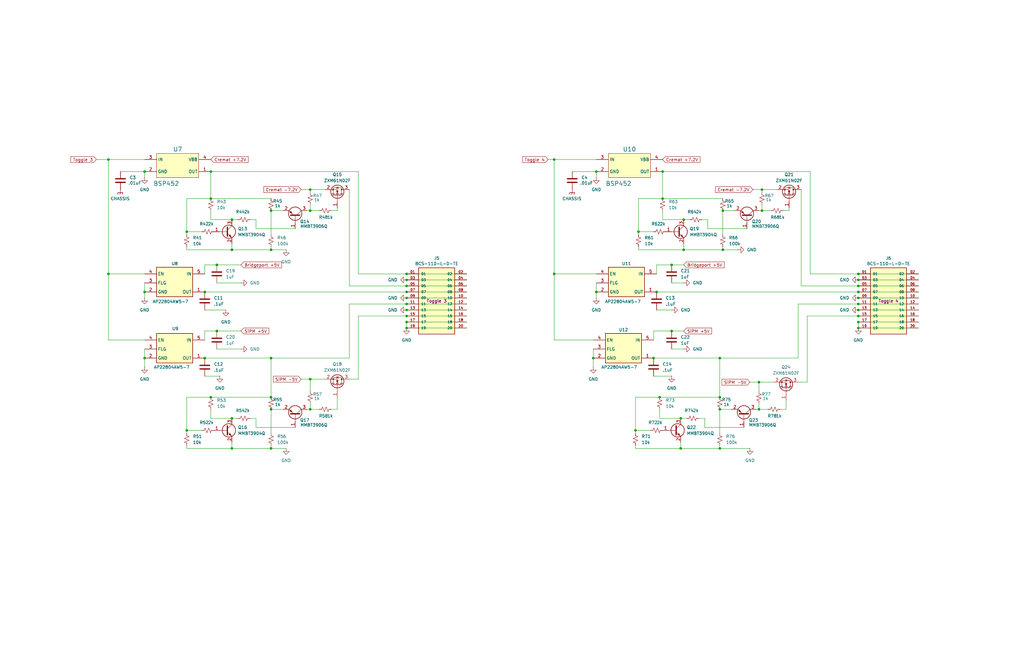
<source format=kicad_sch>
(kicad_sch (version 20250114) (generator "eeschema") (generator_version "9.0")
  (paper "B")
  (title_block (title "IMPISH POWER SUPPLY TOGGLES BOARD") (rev "-") (company "SOUTHWEST RESEARCH INSTITUTE"))
  (junction (at 130.81 88.9))
  (junction (at 361.95 118.11))
  (junction (at 361.95 123.19))
  (junction (at 114.3 88.9))
  (junction (at 91.44 111.76))
  (junction (at 171.45 125.73))
  (junction (at 114.3 105.41))
  (junction (at 361.95 125.73))
  (junction (at 321.31 80.01))
  (junction (at 60.96 72.39))
  (junction (at 86.36 123.19))
  (junction (at 288.29 92.71))
  (junction (at 303.53 167.64))
  (junction (at 171.45 133.35))
  (junction (at 114.3 151.13))
  (junction (at 275.59 151.13))
  (junction (at 278.13 167.64))
  (junction (at 283.21 111.76))
  (junction (at 171.45 120.65))
  (junction (at 130.81 160.02))
  (junction (at 320.04 161.29))
  (junction (at 114.3 189.23))
  (junction (at 361.95 138.43))
  (junction (at 91.44 139.7))
  (junction (at 60.96 123.19))
  (junction (at 304.8 105.41))
  (junction (at 276.86 123.19))
  (junction (at 233.68 67.31))
  (junction (at 287.02 189.23))
  (junction (at 320.04 172.72))
  (junction (at 97.79 92.71))
  (junction (at 251.46 72.39))
  (junction (at 88.9 72.39))
  (junction (at 171.45 138.43))
  (junction (at 233.68 115.57))
  (junction (at 361.95 115.57))
  (junction (at 267.97 181.61))
  (junction (at 88.9 167.64))
  (junction (at 171.45 130.81))
  (junction (at 279.4 72.39))
  (junction (at 114.3 172.72))
  (junction (at 303.53 151.13))
  (junction (at 287.02 176.53))
  (junction (at 303.53 189.23))
  (junction (at 171.45 123.19))
  (junction (at 130.81 172.72))
  (junction (at 97.79 189.23))
  (junction (at 250.19 151.13))
  (junction (at 304.8 88.9))
  (junction (at 171.45 128.27))
  (junction (at 60.96 151.13))
  (junction (at 97.79 105.41))
  (junction (at 288.29 105.41))
  (junction (at 97.79 176.53))
  (junction (at 130.81 80.01))
  (junction (at 361.95 128.27))
  (junction (at 361.95 133.35))
  (junction (at 114.3 167.64))
  (junction (at 171.45 135.89))
  (junction (at 88.9 83.82))
  (junction (at 251.46 123.19))
  (junction (at 45.72 115.57))
  (junction (at 279.4 83.82))
  (junction (at 361.95 135.89))
  (junction (at 321.31 88.9))
  (junction (at 283.21 139.7))
  (junction (at 78.74 97.79))
  (junction (at 86.36 151.13))
  (junction (at 171.45 115.57))
  (junction (at 303.53 172.72))
  (junction (at 361.95 120.65))
  (junction (at 45.72 67.31))
  (junction (at 361.95 130.81))
  (junction (at 269.24 97.79))
  (junction (at 78.74 181.61))
  (junction (at 171.45 118.11))
  (wire (pts (xy 269.24 104.14) (xy 269.24 105.41)))
  (wire (pts (xy 278.13 167.64) (xy 303.53 167.64)))
  (wire (pts (xy 101.6 139.7) (xy 91.44 139.7)))
  (wire (pts (xy 101.6 111.76) (xy 91.44 111.76)))
  (wire (pts (xy 129.54 172.72) (xy 130.81 172.72)))
  (wire (pts (xy 304.8 88.9) (xy 304.8 99.06)))
  (wire (pts (xy 60.96 154.94) (xy 60.96 151.13)))
  (wire (pts (xy 279.4 83.82) (xy 304.8 83.82)))
  (wire (pts (xy 288.29 92.71) (xy 290.83 92.71)))
  (wire (pts (xy 288.29 111.76) (xy 283.21 111.76)))
  (wire (pts (xy 331.47 168.91) (xy 331.47 172.72)))
  (wire (pts (xy 304.8 105.41) (xy 288.29 105.41)))
  (wire (pts (xy 78.74 187.96) (xy 78.74 189.23)))
  (wire (pts (xy 86.36 130.81) (xy 95.25 130.81)))
  (wire (pts (xy 147.32 128.27) (xy 147.32 151.13)))
  (wire (pts (xy 86.36 111.76) (xy 86.36 115.57)))
  (wire (pts (xy 142.24 172.72) (xy 139.7 172.72)))
  (wire (pts (xy 171.45 120.65) (xy 196.85 120.65)))
  (wire (pts (xy 171.45 123.19) (xy 196.85 123.19)))
  (wire (pts (xy 269.24 83.82) (xy 269.24 97.79)))
  (wire (pts (xy 340.36 133.35) (xy 340.36 161.29)))
  (wire (pts (xy 251.46 119.38) (xy 251.46 123.19)))
  (wire (pts (xy 297.18 176.53) (xy 297.18 180.34)))
  (wire (pts (xy 78.74 83.82) (xy 78.74 97.79)))
  (wire (pts (xy 361.95 128.27) (xy 387.35 128.27)))
  (wire (pts (xy 250.19 143.51) (xy 233.68 143.51)))
  (wire (pts (xy 114.3 88.9) (xy 114.3 99.06)))
  (wire (pts (xy 320.04 161.29) (xy 320.04 165.1)))
  (wire (pts (xy 303.53 151.13) (xy 303.53 167.64)))
  (wire (pts (xy 130.81 80.01) (xy 137.16 80.01)))
  (wire (pts (xy 303.53 172.72) (xy 303.53 182.88)))
  (wire (pts (xy 233.68 115.57) (xy 251.46 115.57)))
  (wire (pts (xy 86.36 151.13) (xy 114.3 151.13)))
  (wire (pts (xy 361.95 125.73) (xy 387.35 125.73)))
  (wire (pts (xy 283.21 139.7) (xy 275.59 139.7)))
  (wire (pts (xy 361.95 138.43) (xy 387.35 138.43)))
  (wire (pts (xy 321.31 86.36) (xy 321.31 88.9)))
  (wire (pts (xy 288.29 139.7) (xy 283.21 139.7)))
  (wire (pts (xy 304.8 104.14) (xy 304.8 105.41)))
  (wire (pts (xy 250.19 147.32) (xy 250.19 151.13)))
  (wire (pts (xy 78.74 167.64) (xy 78.74 181.61)))
  (wire (pts (xy 278.13 176.53) (xy 287.02 176.53)))
  (wire (pts (xy 287.02 176.53) (xy 289.56 176.53)))
  (wire (pts (xy 279.4 72.39) (xy 341.63 72.39)))
  (wire (pts (xy 91.44 147.32) (xy 101.6 147.32)))
  (wire (pts (xy 97.79 105.41) (xy 78.74 105.41)))
  (wire (pts (xy 341.63 72.39) (xy 341.63 115.57)))
  (wire (pts (xy 78.74 181.61) (xy 85.09 181.61)))
  (wire (pts (xy 120.65 189.23) (xy 114.3 189.23)))
  (wire (pts (xy 303.53 172.72) (xy 308.61 172.72)))
  (wire (pts (xy 130.81 160.02) (xy 137.16 160.02)))
  (wire (pts (xy 130.81 88.9) (xy 134.62 88.9)))
  (wire (pts (xy 269.24 83.82) (xy 279.4 83.82)))
  (wire (pts (xy 320.04 172.72) (xy 323.85 172.72)))
  (wire (pts (xy 321.31 81.28) (xy 321.31 80.01)))
  (wire (pts (xy 361.95 120.65) (xy 387.35 120.65)))
  (wire (pts (xy 278.13 172.72) (xy 278.13 176.53)))
  (wire (pts (xy 114.3 105.41) (xy 97.79 105.41)))
  (wire (pts (xy 130.81 86.36) (xy 130.81 88.9)))
  (wire (pts (xy 304.8 88.9) (xy 309.88 88.9)))
  (wire (pts (xy 317.5 80.01) (xy 321.31 80.01)))
  (wire (pts (xy 114.3 172.72) (xy 114.3 182.88)))
  (wire (pts (xy 303.53 151.13) (xy 336.55 151.13)))
  (wire (pts (xy 267.97 181.61) (xy 274.32 181.61)))
  (wire (pts (xy 107.95 96.52) (xy 124.46 96.52)))
  (wire (pts (xy 50.8 72.39) (xy 60.96 72.39)))
  (wire (pts (xy 288.29 105.41) (xy 269.24 105.41)))
  (wire (pts (xy 45.72 115.57) (xy 60.96 115.57)))
  (wire (pts (xy 97.79 92.71) (xy 100.33 92.71)))
  (wire (pts (xy 267.97 181.61) (xy 267.97 182.88)))
  (wire (pts (xy 151.13 160.02) (xy 151.13 133.35)))
  (wire (pts (xy 171.45 138.43) (xy 196.85 138.43)))
  (wire (pts (xy 97.79 102.87) (xy 97.79 105.41)))
  (wire (pts (xy 91.44 119.38) (xy 101.6 119.38)))
  (wire (pts (xy 86.36 123.19) (xy 171.45 123.19)))
  (wire (pts (xy 337.82 120.65) (xy 361.95 120.65)))
  (wire (pts (xy 78.74 167.64) (xy 88.9 167.64)))
  (wire (pts (xy 114.3 104.14) (xy 114.3 105.41)))
  (wire (pts (xy 336.55 128.27) (xy 336.55 151.13)))
  (wire (pts (xy 287.02 189.23) (xy 267.97 189.23)))
  (wire (pts (xy 316.23 161.29) (xy 320.04 161.29)))
  (wire (pts (xy 361.95 123.19) (xy 387.35 123.19)))
  (wire (pts (xy 275.59 139.7) (xy 275.59 143.51)))
  (wire (pts (xy 88.9 72.39) (xy 151.13 72.39)))
  (wire (pts (xy 40.64 67.31) (xy 45.72 67.31)))
  (wire (pts (xy 86.36 158.75) (xy 92.71 158.75)))
  (wire (pts (xy 129.54 88.9) (xy 130.81 88.9)))
  (wire (pts (xy 88.9 72.39) (xy 88.9 83.82)))
  (wire (pts (xy 340.36 161.29) (xy 336.55 161.29)))
  (wire (pts (xy 60.96 119.38) (xy 60.96 123.19)))
  (wire (pts (xy 276.86 123.19) (xy 361.95 123.19)))
  (wire (pts (xy 171.45 128.27) (xy 196.85 128.27)))
  (wire (pts (xy 267.97 167.64) (xy 267.97 181.61)))
  (wire (pts (xy 320.04 170.18) (xy 320.04 172.72)))
  (wire (pts (xy 321.31 88.9) (xy 325.12 88.9)))
  (wire (pts (xy 303.53 187.96) (xy 303.53 189.23)))
  (wire (pts (xy 114.3 187.96) (xy 114.3 189.23)))
  (wire (pts (xy 120.65 105.41) (xy 114.3 105.41)))
  (wire (pts (xy 142.24 167.64) (xy 142.24 172.72)))
  (wire (pts (xy 171.45 125.73) (xy 196.85 125.73)))
  (wire (pts (xy 283.21 111.76) (xy 276.86 111.76)))
  (wire (pts (xy 151.13 115.57) (xy 171.45 115.57)))
  (wire (pts (xy 279.4 92.71) (xy 288.29 92.71)))
  (wire (pts (xy 283.21 147.32) (xy 288.29 147.32)))
  (wire (pts (xy 88.9 172.72) (xy 88.9 176.53)))
  (wire (pts (xy 114.3 88.9) (xy 119.38 88.9)))
  (wire (pts (xy 297.18 176.53) (xy 294.64 176.53)))
  (wire (pts (xy 151.13 133.35) (xy 171.45 133.35)))
  (wire (pts (xy 298.45 92.71) (xy 298.45 96.52)))
  (wire (pts (xy 107.95 176.53) (xy 107.95 180.34)))
  (wire (pts (xy 298.45 92.71) (xy 295.91 92.71)))
  (wire (pts (xy 311.15 105.41) (xy 304.8 105.41)))
  (wire (pts (xy 361.95 130.81) (xy 387.35 130.81)))
  (wire (pts (xy 171.45 135.89) (xy 171.45 138.43)))
  (wire (pts (xy 251.46 125.73) (xy 251.46 123.19)))
  (wire (pts (xy 341.63 115.57) (xy 361.95 115.57)))
  (wire (pts (xy 60.96 143.51) (xy 45.72 143.51)))
  (wire (pts (xy 91.44 111.76) (xy 86.36 111.76)))
  (wire (pts (xy 60.96 74.93) (xy 60.96 72.39)))
  (wire (pts (xy 130.81 170.18) (xy 130.81 172.72)))
  (wire (pts (xy 331.47 172.72) (xy 328.93 172.72)))
  (wire (pts (xy 45.72 115.57) (xy 45.72 67.31)))
  (wire (pts (xy 107.95 92.71) (xy 105.41 92.71)))
  (wire (pts (xy 251.46 74.93) (xy 251.46 72.39)))
  (wire (pts (xy 283.21 119.38) (xy 288.29 119.38)))
  (wire (pts (xy 332.74 88.9) (xy 330.2 88.9)))
  (wire (pts (xy 171.45 115.57) (xy 196.85 115.57)))
  (wire (pts (xy 107.95 180.34) (xy 124.46 180.34)))
  (wire (pts (xy 97.79 176.53) (xy 100.33 176.53)))
  (wire (pts (xy 318.77 172.72) (xy 320.04 172.72)))
  (wire (pts (xy 340.36 133.35) (xy 361.95 133.35)))
  (wire (pts (xy 303.53 189.23) (xy 287.02 189.23)))
  (wire (pts (xy 78.74 83.82) (xy 88.9 83.82)))
  (wire (pts (xy 147.32 80.01) (xy 147.32 120.65)))
  (wire (pts (xy 336.55 128.27) (xy 361.95 128.27)))
  (wire (pts (xy 45.72 115.57) (xy 45.72 143.51)))
  (wire (pts (xy 361.95 118.11) (xy 387.35 118.11)))
  (wire (pts (xy 78.74 97.79) (xy 85.09 97.79)))
  (wire (pts (xy 241.3 72.39) (xy 251.46 72.39)))
  (wire (pts (xy 361.95 133.35) (xy 387.35 133.35)))
  (wire (pts (xy 86.36 139.7) (xy 86.36 143.51)))
  (wire (pts (xy 130.81 160.02) (xy 130.81 165.1)))
  (wire (pts (xy 171.45 135.89) (xy 196.85 135.89)))
  (wire (pts (xy 276.86 111.76) (xy 276.86 115.57)))
  (wire (pts (xy 78.74 181.61) (xy 78.74 182.88)))
  (wire (pts (xy 88.9 88.9) (xy 88.9 92.71)))
  (wire (pts (xy 60.96 125.73) (xy 60.96 123.19)))
  (wire (pts (xy 250.19 154.94) (xy 250.19 151.13)))
  (wire (pts (xy 337.82 80.01) (xy 337.82 120.65)))
  (wire (pts (xy 298.45 96.52) (xy 314.96 96.52)))
  (wire (pts (xy 107.95 176.53) (xy 105.41 176.53)))
  (wire (pts (xy 233.68 115.57) (xy 233.68 67.31)))
  (wire (pts (xy 127 160.02) (xy 130.81 160.02)))
  (wire (pts (xy 267.97 167.64) (xy 278.13 167.64)))
  (wire (pts (xy 267.97 187.96) (xy 267.97 189.23)))
  (wire (pts (xy 114.3 167.64) (xy 88.9 167.64)))
  (wire (pts (xy 171.45 118.11) (xy 196.85 118.11)))
  (wire (pts (xy 320.04 88.9) (xy 321.31 88.9)))
  (wire (pts (xy 275.59 158.75) (xy 283.21 158.75)))
  (wire (pts (xy 231.14 67.31) (xy 233.68 67.31)))
  (wire (pts (xy 171.45 130.81) (xy 196.85 130.81)))
  (wire (pts (xy 287.02 186.69) (xy 287.02 189.23)))
  (wire (pts (xy 288.29 102.87) (xy 288.29 105.41)))
  (wire (pts (xy 130.81 172.72) (xy 134.62 172.72)))
  (wire (pts (xy 97.79 189.23) (xy 78.74 189.23)))
  (wire (pts (xy 88.9 83.82) (xy 114.3 83.82)))
  (wire (pts (xy 142.24 87.63) (xy 142.24 88.9)))
  (wire (pts (xy 97.79 186.69) (xy 97.79 189.23)))
  (wire (pts (xy 297.18 180.34) (xy 313.69 180.34)))
  (wire (pts (xy 361.95 115.57) (xy 387.35 115.57)))
  (wire (pts (xy 279.4 72.39) (xy 279.4 83.82)))
  (wire (pts (xy 233.68 67.31) (xy 251.46 67.31)))
  (wire (pts (xy 147.32 120.65) (xy 171.45 120.65)))
  (wire (pts (xy 127 80.01) (xy 130.81 80.01)))
  (wire (pts (xy 269.24 97.79) (xy 275.59 97.79)))
  (wire (pts (xy 171.45 133.35) (xy 196.85 133.35)))
  (wire (pts (xy 275.59 151.13) (xy 303.53 151.13)))
  (wire (pts (xy 114.3 151.13) (xy 147.32 151.13)))
  (wire (pts (xy 107.95 92.71) (xy 107.95 96.52)))
  (wire (pts (xy 332.74 87.63) (xy 332.74 88.9)))
  (wire (pts (xy 233.68 115.57) (xy 233.68 143.51)))
  (wire (pts (xy 269.24 97.79) (xy 269.24 99.06)))
  (wire (pts (xy 45.72 67.31) (xy 60.96 67.31)))
  (wire (pts (xy 279.4 88.9) (xy 279.4 92.71)))
  (wire (pts (xy 60.96 147.32) (xy 60.96 151.13)))
  (wire (pts (xy 276.86 130.81) (xy 283.21 130.81)))
  (wire (pts (xy 361.95 135.89) (xy 387.35 135.89)))
  (wire (pts (xy 142.24 88.9) (xy 139.7 88.9)))
  (wire (pts (xy 114.3 189.23) (xy 97.79 189.23)))
  (wire (pts (xy 114.3 151.13) (xy 114.3 167.64)))
  (wire (pts (xy 114.3 172.72) (xy 119.38 172.72)))
  (wire (pts (xy 151.13 72.39) (xy 151.13 115.57)))
  (wire (pts (xy 78.74 97.79) (xy 78.74 99.06)))
  (wire (pts (xy 320.04 161.29) (xy 326.39 161.29)))
  (wire (pts (xy 147.32 128.27) (xy 171.45 128.27)))
  (wire (pts (xy 88.9 176.53) (xy 97.79 176.53)))
  (wire (pts (xy 91.44 139.7) (xy 86.36 139.7)))
  (wire (pts (xy 361.95 135.89) (xy 361.95 138.43)))
  (wire (pts (xy 130.81 81.28) (xy 130.81 80.01)))
  (wire (pts (xy 303.53 189.23) (xy 316.23 189.23)))
  (wire (pts (xy 321.31 80.01) (xy 327.66 80.01)))
  (wire (pts (xy 78.74 104.14) (xy 78.74 105.41)))
  (wire (pts (xy 88.9 92.71) (xy 97.79 92.71)))
  (wire (pts (xy 147.32 160.02) (xy 151.13 160.02)))
  (global_label "SiPM +5V" (shape input) (at 288.29 139.7 0) (property "Intersheetrefs" "${INTERSHEET_REFS}" (effects (hide yes))))
  (global_label "SiPM -5V" (shape input) (at 127 160.02 180) (property "Intersheetrefs" "${INTERSHEET_REFS}" (effects (hide yes))))
  (global_label "Bridgeport +5V" (shape input) (at 101.6 111.76 0) (property "Intersheetrefs" "${INTERSHEET_REFS}" (effects (hide yes))))
  (global_label "Toggle 4" (shape input) (at 231.14 67.31 180) (property "Intersheetrefs" "${INTERSHEET_REFS}" (effects (hide yes))))
  (global_label "Bridgeport +5V" (shape input) (at 288.29 111.76 0) (property "Intersheetrefs" "${INTERSHEET_REFS}" (effects (hide yes))))
  (global_label "Cremat +7.2V" (shape input) (at 279.4 67.31 0) (property "Intersheetrefs" "${INTERSHEET_REFS}" (effects (hide yes))))
  (global_label "SiPM -5V" (shape input) (at 316.23 161.29 180) (property "Intersheetrefs" "${INTERSHEET_REFS}" (effects (hide yes))))
  (global_label "Toggle 3" (shape input) (at 40.64 67.31 180) (property "Intersheetrefs" "${INTERSHEET_REFS}" (effects (hide yes))))
  (global_label "Cremat -7.2V" (shape input) (at 127 80.01 180) (property "Intersheetrefs" "${INTERSHEET_REFS}" (effects (hide yes))))
  (global_label "Cremat -7.2V" (shape input) (at 317.5 80.01 180) (property "Intersheetrefs" "${INTERSHEET_REFS}" (effects (hide yes))))
  (global_label "SiPM +5V" (shape input) (at 101.6 139.7 0) (property "Intersheetrefs" "${INTERSHEET_REFS}" (effects (hide yes))))
  (global_label "Cremat +7.2V" (shape input) (at 88.9 67.31 0) (property "Intersheetrefs" "${INTERSHEET_REFS}" (effects (hide yes))))
  (symbol (lib_id "Device:R_Small_US") (at 304.8 101.6 0) (unit 1)
    (property "Reference" "R66" (at 307.34 100.33 0) (effects (justify left)))
    (property "Value" "100k" (at 307.34 102.87 0) (effects (justify left)))
    (property "Footprint" "Resistor_SMD:R_0805_2012Metric_Pad1.20x1.40mm_HandSolder" (effects (hide yes)))
    (property "Description" "RES SMD 100K OHM 0.1% 1/5W 0805" (effects (hide yes)))
    (property "PN" "PAT0805E1003BST1" (effects (hide yes)))
  )
  (symbol (lib_id "power:GND") (at 251.46 74.93 0) (unit 1)
    (property "Reference" "#PWR054" (effects (hide yes)))
    (property "Value" "GND" (at 251.46 80.01 0))
    (property "Description" "Power symbol creates a global label with name \"GND\" , ground" (effects (hide yes)))
  )
  (symbol (lib_id "Device:R_Small_US") (at 303.53 185.42 0) (unit 1)
    (property "Reference" "R76" (at 306.07 184.15 0) (effects (justify left)))
    (property "Value" "100k" (at 306.07 186.69 0) (effects (justify left)))
    (property "Footprint" "Resistor_SMD:R_0805_2012Metric_Pad1.20x1.40mm_HandSolder" (effects (hide yes)))
    (property "Description" "RES SMD 100K OHM 0.1% 1/5W 0805" (effects (hide yes)))
    (property "PN" "PAT0805E1003BST1" (effects (hide yes)))
  )
  (symbol (lib_id "Transistor_BJT:MMBT3904") (at 95.25 181.61 0) (unit 1)
    (property "Reference" "Q16" (at 100.33 180.34 0) (effects (justify left)))
    (property "Value" "MMBT3904Q" (at 100.33 182.88 0) (effects (justify left)))
    (property "Footprint" "Package_TO_SOT_SMD:SOT-23" (effects (hide yes)))
    (property "Datasheet" "https://www.onsemi.com/pdf/datasheet/pzt3904-d.pdf" (effects (hide yes)))
    (property "Description" "0.2A Ic, 40V Vce, Small Signal NPN Transistor, SOT-23" (effects (hide yes)))
    (property "PN" "MMBT3904Q-7-F" (effects (hide yes)))
  )
  (symbol (lib_id "power:GND") (at 95.25 130.81 0) (unit 1)
    (property "Reference" "#PWR048" (effects (hide yes)))
    (property "Value" "GND" (at 95.25 135.89 0))
    (property "Description" "Power symbol creates a global label with name \"GND\" , ground" (effects (hide yes)))
  )
  (symbol (lib_id "Transistor_BJT:MMBT3906") (at 124.46 91.44 270) (mirror x) (unit 1)
    (property "Reference" "Q14" (at 128.524 93.472 90))
    (property "Value" "MMBT3906Q" (at 132.334 95.504 90))
    (property "Footprint" "Package_TO_SOT_SMD:SOT-23" (effects (hide yes)))
    (property "Datasheet" "https://www.onsemi.com/pdf/datasheet/pzt3906-d.pdf" (effects (hide yes)))
    (property "Description" "-0.2A Ic, -40V Vce, Small Signal PNP Transistor, SOT-23" (effects (hide yes)))
    (property "PN" "MMBT3906Q-7-F" (effects (hide yes)))
  )
  (symbol (lib_id "IMPISH Toggles Library:ZXM61N02F") (at 142.24 162.56 270) (mirror x) (unit 1)
    (property "Reference" "Q18" (at 142.24 153.67 90))
    (property "Value" "ZXM61N02F" (at 142.24 156.21 90))
    (property "Footprint" "Package_TO_SOT_SMD:SOT-23" (effects (hide yes)))
    (property "Datasheet" "http://www.diodes.com/assets/Datasheets/ZXM61N02F.pdf" (effects (hide yes)))
    (property "Description" "1.7A Id, 20V Vds, N-Channel MOSFET, SOT-23" (effects (hide yes)))
    (property "PN" "ZXM61N02FTA" (effects (hide yes)))
  )
  (symbol (lib_id "power:GND") (at 60.96 154.94 0) (unit 1)
    (property "Reference" "#PWR046" (effects (hide yes)))
    (property "Value" "GND" (at 60.96 160.02 0))
    (property "Description" "Power symbol creates a global label with name \"GND\" , ground" (effects (hide yes)))
  )
  (symbol (lib_id "power:GND") (at 311.15 105.41 90) (unit 1)
    (property "Reference" "#PWR063" (effects (hide yes)))
    (property "Value" "GND" (at 314.96 105.4099 90) (effects (justify right)))
    (property "Description" "Power symbol creates a global label with name \"GND\" , ground" (effects (hide yes)))
  )
  (symbol (lib_id "power:GND") (at 60.96 125.73 0) (unit 1)
    (property "Reference" "#PWR047" (effects (hide yes)))
    (property "Value" "GND" (at 60.96 130.81 0))
    (property "Description" "Power symbol creates a global label with name \"GND\" , ground" (effects (hide yes)))
  )
  (symbol (lib_id "Device:R_Small_US") (at 88.9 170.18 0) (unit 1)
    (property "Reference" "R53" (at 91.44 168.91 0) (effects (justify left)))
    (property "Value" "10k" (at 91.44 171.45 0) (effects (justify left)))
    (property "Footprint" "Resistor_SMD:R_0805_2012Metric_Pad1.20x1.40mm_HandSolder" (effects (hide yes)))
    (property "Description" "RES SMD 10K OHM 0.1% 1/5W 0805" (effects (hide yes)))
    (property "PN" "PAT0805E1002BST1" (effects (hide yes)))
  )
  (symbol (lib_id "IMPISH Toggles Library:1uF") (at 283.21 143.51 0) (unit 1)
    (property "Reference" "C22" (at 287.02 142.24 0) (effects (justify left)))
    (property "Value" "1uF" (at 287.02 144.78 0) (effects (justify left)))
    (property "Footprint" "Capacitor_SMD:C_0805_2012Metric_Pad1.18x1.45mm_HandSolder" (effects (hide yes)))
    (property "Description" "1uF ±10% 25V Ceramic Capacitor X7R 0805 (2012 Metric)" (effects (hide yes)))
    (property "PN" "C0805C103K2RECAUTO" (effects (hide yes)))
    (property "Part Number" "C0805C105K3RACTU" (effects (hide yes)))
  )
  (symbol (lib_id "Transistor_BJT:MMBT3904") (at 284.48 181.61 0) (unit 1)
    (property "Reference" "Q22" (at 289.56 180.34 0) (effects (justify left)))
    (property "Value" "MMBT3904Q" (at 289.56 182.88 0) (effects (justify left)))
    (property "Footprint" "Package_TO_SOT_SMD:SOT-23" (effects (hide yes)))
    (property "Datasheet" "https://www.onsemi.com/pdf/datasheet/pzt3904-d.pdf" (effects (hide yes)))
    (property "Description" "0.2A Ic, 40V Vce, Small Signal NPN Transistor, SOT-23" (effects (hide yes)))
    (property "PN" "MMBT3904Q-7-F" (effects (hide yes)))
  )
  (symbol (lib_id "IMPISH Toggles Library:.1uF") (at 86.36 127 0) (unit 1)
    (property "Reference" "C11" (at 90.17 125.73 0) (effects (justify left)))
    (property "Value" ".1uF" (at 90.17 128.27 0) (effects (justify left)))
    (property "Footprint" "Capacitor_SMD:C_0805_2012Metric_Pad1.18x1.45mm_HandSolder" (effects (hide yes)))
    (property "Description" ".1uF ±10% 50V Ceramic Capacitor X7R 0805 (2012 Metric)" (effects (hide yes)))
    (property "PN" "C0805C103K2RECAUTO" (effects (hide yes)))
    (property "Part Number" "C0805C104K5RACTU" (effects (hide yes)))
  )
  (symbol (lib_id "power:GND") (at 361.95 130.81 270) (unit 1)
    (property "Reference" "#PWR064" (effects (hide yes)))
    (property "Value" "GND" (at 358.14 130.8099 90) (effects (justify right)))
    (property "Description" "Power symbol creates a global label with name \"GND\" , ground" (effects (hide yes)))
  )
  (symbol (lib_id "Device:R_Small_US") (at 114.3 185.42 0) (unit 1)
    (property "Reference" "R56" (at 116.84 184.15 0) (effects (justify left)))
    (property "Value" "100k" (at 116.84 186.69 0) (effects (justify left)))
    (property "Footprint" "Resistor_SMD:R_0805_2012Metric_Pad1.20x1.40mm_HandSolder" (effects (hide yes)))
    (property "Description" "RES SMD 100K OHM 0.1% 1/5W 0805" (effects (hide yes)))
    (property "PN" "PAT0805E1003BST1" (effects (hide yes)))
  )
  (symbol (lib_id "Device:R_Small_US") (at 278.13 170.18 0) (unit 1)
    (property "Reference" "R73" (at 280.67 168.91 0) (effects (justify left)))
    (property "Value" "10k" (at 280.67 171.45 0) (effects (justify left)))
    (property "Footprint" "Resistor_SMD:R_0805_2012Metric_Pad1.20x1.40mm_HandSolder" (effects (hide yes)))
    (property "Description" "RES SMD 10K OHM 0.1% 1/5W 0805" (effects (hide yes)))
    (property "PN" "PAT0805E1002BST1" (effects (hide yes)))
  )
  (symbol (lib_id "power:GND") (at 250.19 154.94 0) (unit 1)
    (property "Reference" "#PWR056" (effects (hide yes)))
    (property "Value" "GND" (at 250.19 160.02 0))
    (property "Description" "Power symbol creates a global label with name \"GND\" , ground" (effects (hide yes)))
  )
  (symbol (lib_id "power:GND") (at 288.29 147.32 90) (unit 1)
    (property "Reference" "#PWR059" (effects (hide yes)))
    (property "Value" "GND" (at 292.1 147.3199 90) (effects (justify right)))
    (property "Description" "Power symbol creates a global label with name \"GND\" , ground" (effects (hide yes)))
  )
  (symbol (lib_id "Device:R_Small_US") (at 130.81 167.64 180) (unit 1)
    (property "Reference" "R57" (at 133.858 166.37 0))
    (property "Value" "1k" (at 133.604 168.148 0))
    (property "Footprint" "Resistor_SMD:R_0805_2012Metric_Pad1.20x1.40mm_HandSolder" (effects (hide yes)))
    (property "Description" "RES SMD 1K OHM 0.1% 1/5W 0805" (effects (hide yes)))
    (property "PN" "PAT0805E1001BST1" (effects (hide yes)))
  )
  (symbol (lib_id "Device:R_Small_US") (at 87.63 181.61 270) (unit 1)
    (property "Reference" "R52" (at 86.106 178.308 90))
    (property "Value" "2k" (at 88.9 178.308 90))
    (property "Footprint" "Resistor_SMD:R_0805_2012Metric_Pad1.20x1.40mm_HandSolder" (effects (hide yes)))
    (property "Description" "RES SMD 2K OHM 0.1% 1/5W 0805" (effects (hide yes)))
    (property "PN" "PAT0805E2001BST1" (effects (hide yes)))
  )
  (symbol (lib_id "power:GND") (at 60.96 74.93 0) (unit 1)
    (property "Reference" "#PWR037" (effects (hide yes)))
    (property "Value" "GND" (at 60.96 80.01 0))
    (property "Description" "Power symbol creates a global label with name \"GND\" , ground" (effects (hide yes)))
  )
  (symbol (lib_id "Device:R_Small_US") (at 320.04 167.64 180) (unit 1)
    (property "Reference" "R77" (at 323.088 166.37 0))
    (property "Value" "1k" (at 322.834 168.148 0))
    (property "Footprint" "Resistor_SMD:R_0805_2012Metric_Pad1.20x1.40mm_HandSolder" (effects (hide yes)))
    (property "Description" "RES SMD 1K OHM 0.1% 1/5W 0805" (effects (hide yes)))
    (property "PN" "PAT0805E1001BST1" (effects (hide yes)))
  )
  (symbol (lib_id "IMPISH Toggles Library:1uF") (at 91.44 115.57 0) (unit 1)
    (property "Reference" "C19" (at 95.25 114.3 0) (effects (justify left)))
    (property "Value" "1uF" (at 95.25 116.84 0) (effects (justify left)))
    (property "Footprint" "Capacitor_SMD:C_0805_2012Metric_Pad1.18x1.45mm_HandSolder" (effects (hide yes)))
    (property "Description" "1uF ±10% 25V Ceramic Capacitor X7R 0805 (2012 Metric)" (effects (hide yes)))
    (property "PN" "C0805C103K2RECAUTO" (effects (hide yes)))
    (property "Part Number" "C0805C105K3RACTU" (effects (hide yes)))
  )
  (symbol (lib_id "Device:R_Small_US") (at 326.39 172.72 90) (unit 1)
    (property "Reference" "R78" (at 325.628 175.514 90))
    (property "Value" "1k" (at 328.422 175.514 90))
    (property "Footprint" "Resistor_SMD:R_0805_2012Metric_Pad1.20x1.40mm_HandSolder" (effects (hide yes)))
    (property "Description" "RES SMD 1K OHM 0.1% 1/5W 0805" (effects (hide yes)))
    (property "PN" "PAT0805E1001BST1" (effects (hide yes)))
  )
  (symbol (lib_id "Device:R_Small_US") (at 303.53 170.18 180) (unit 1)
    (property "Reference" "R75" (at 306.324 168.656 0))
    (property "Value" "1k" (at 306.324 170.688 0))
    (property "Footprint" "Resistor_SMD:R_0805_2012Metric_Pad1.20x1.40mm_HandSolder" (effects (hide yes)))
    (property "Description" "RES SMD 1K OHM 0.1% 1/5W 0805" (effects (hide yes)))
    (property "PN" "PAT0805E1001BST1" (effects (hide yes)))
  )
  (symbol (lib_id "Device:R_Small_US") (at 130.81 83.82 180) (unit 1)
    (property "Reference" "R47" (at 133.858 82.55 0))
    (property "Value" "1k" (at 133.604 84.328 0))
    (property "Footprint" "Resistor_SMD:R_0805_2012Metric_Pad1.20x1.40mm_HandSolder" (effects (hide yes)))
    (property "Description" "RES SMD 1K OHM 0.1% 1/5W 0805" (effects (hide yes)))
    (property "PN" "PAT0805E1001BST1" (effects (hide yes)))
  )
  (symbol (lib_id "power:GND") (at 251.46 125.73 0) (unit 1)
    (property "Reference" "#PWR055" (effects (hide yes)))
    (property "Value" "GND" (at 251.46 130.81 0))
    (property "Description" "Power symbol creates a global label with name \"GND\" , ground" (effects (hide yes)))
  )
  (symbol (lib_id "IMPISH Toggles Library:1uF") (at 91.44 143.51 0) (unit 1)
    (property "Reference" "C20" (at 95.25 142.24 0) (effects (justify left)))
    (property "Value" "1uF" (at 95.25 144.78 0) (effects (justify left)))
    (property "Footprint" "Capacitor_SMD:C_0805_2012Metric_Pad1.18x1.45mm_HandSolder" (effects (hide yes)))
    (property "Description" "1uF ±10% 25V Ceramic Capacitor X7R 0805 (2012 Metric)" (effects (hide yes)))
    (property "PN" "C0805C103K2RECAUTO" (effects (hide yes)))
    (property "Part Number" "C0805C105K3RACTU" (effects (hide yes)))
  )
  (symbol (lib_id "IMPISH Toggles Library:ZXM61N02F") (at 142.24 82.55 270) (mirror x) (unit 1)
    (property "Reference" "Q15" (at 142.24 73.66 90))
    (property "Value" "ZXM61N02F" (at 142.24 76.2 90))
    (property "Footprint" "Package_TO_SOT_SMD:SOT-23" (effects (hide yes)))
    (property "Datasheet" "http://www.diodes.com/assets/Datasheets/ZXM61N02F.pdf" (effects (hide yes)))
    (property "Description" "1.7A Id, 20V Vds, N-Channel MOSFET, SOT-23" (effects (hide yes)))
    (property "PN" "ZXM61N02FTA" (effects (hide yes)))
  )
  (symbol (lib_id "power:GND") (at 288.29 119.38 90) (unit 1)
    (property "Reference" "#PWR062" (effects (hide yes)))
    (property "Value" "GND" (at 292.1 119.3799 90) (effects (justify right)))
    (property "Description" "Power symbol creates a global label with name \"GND\" , ground" (effects (hide yes)))
  )
  (symbol (lib_id "Transistor_BJT:MMBT3906") (at 314.96 91.44 270) (mirror x) (unit 1)
    (property "Reference" "Q20" (at 319.024 93.472 90))
    (property "Value" "MMBT3906Q" (at 322.834 95.504 90))
    (property "Footprint" "Package_TO_SOT_SMD:SOT-23" (effects (hide yes)))
    (property "Datasheet" "https://www.onsemi.com/pdf/datasheet/pzt3906-d.pdf" (effects (hide yes)))
    (property "Description" "-0.2A Ic, -40V Vce, Small Signal PNP Transistor, SOT-23" (effects (hide yes)))
    (property "PN" "MMBT3906Q-7-F" (effects (hide yes)))
  )
  (symbol (lib_id "Device:R_Small_US") (at 78.74 101.6 0) (unit 1)
    (property "Reference" "R41" (at 81.28 100.33 0) (effects (justify left)))
    (property "Value" "10k" (at 81.28 102.87 0) (effects (justify left)))
    (property "Footprint" "Resistor_SMD:R_0805_2012Metric_Pad1.20x1.40mm_HandSolder" (effects (hide yes)))
    (property "Description" "RES SMD 10K OHM 0.1% 1/5W 0805" (effects (hide yes)))
    (property "PN" "PAT0805E1002BST1" (effects (hide yes)))
  )
  (symbol (lib_id "Device:R_Small_US") (at 276.86 181.61 270) (unit 1)
    (property "Reference" "R72" (at 275.336 178.308 90))
    (property "Value" "2k" (at 278.13 178.308 90))
    (property "Footprint" "Resistor_SMD:R_0805_2012Metric_Pad1.20x1.40mm_HandSolder" (effects (hide yes)))
    (property "Description" "RES SMD 2K OHM 0.1% 1/5W 0805" (effects (hide yes)))
    (property "PN" "PAT0805E2001BST1" (effects (hide yes)))
  )
  (symbol (lib_id "Device:R_Small_US") (at 87.63 97.79 270) (unit 1)
    (property "Reference" "R42" (at 86.106 94.488 90))
    (property "Value" "2k" (at 88.9 94.488 90))
    (property "Footprint" "Resistor_SMD:R_0805_2012Metric_Pad1.20x1.40mm_HandSolder" (effects (hide yes)))
    (property "Description" "RES SMD 2K OHM 0.1% 1/5W 0805" (effects (hide yes)))
    (property "PN" "PAT0805E2001BST1" (effects (hide yes)))
  )
  (symbol (lib_id "Device:R_Small_US") (at 114.3 86.36 180) (unit 1)
    (property "Reference" "R45" (at 117.094 84.836 0))
    (property "Value" "1k" (at 117.094 86.868 0))
    (property "Footprint" "Resistor_SMD:R_0805_2012Metric_Pad1.20x1.40mm_HandSolder" (effects (hide yes)))
    (property "Description" "RES SMD 1K OHM 0.1% 1/5W 0805" (effects (hide yes)))
    (property "PN" "PAT0805E1001BST1" (effects (hide yes)))
  )
  (symbol (lib_id "power:GND") (at 361.95 138.43 0) (unit 1)
    (property "Reference" "#PWR060" (effects (hide yes)))
    (property "Value" "GND" (at 361.95 143.51 0))
    (property "Description" "Power symbol creates a global label with name \"GND\" , ground" (effects (hide yes)))
  )
  (symbol (lib_id "Transistor_BJT:MMBT3904") (at 285.75 97.79 0) (unit 1)
    (property "Reference" "Q19" (at 290.83 96.52 0) (effects (justify left)))
    (property "Value" "MMBT3904Q" (at 290.83 99.06 0) (effects (justify left)))
    (property "Footprint" "Package_TO_SOT_SMD:SOT-23" (effects (hide yes)))
    (property "Datasheet" "https://www.onsemi.com/pdf/datasheet/pzt3904-d.pdf" (effects (hide yes)))
    (property "Description" "0.2A Ic, 40V Vce, Small Signal NPN Transistor, SOT-23" (effects (hide yes)))
    (property "PN" "MMBT3904Q-7-F" (effects (hide yes)))
  )
  (symbol (lib_id "IMPISH Toggles Library:AP22804AW5-7") (at 250.19 143.51 0) (unit 1)
    (property "Reference" "U12" (at 262.89 139.192 0))
    (property "Value" "AP22804AW5-7" (at 261.112 154.94 0))
    (property "Footprint" "IMPISH Toggles Library:SOT95P285X140-5N" (effects (hide yes)))
    (property "Datasheet" "https://componentsearchengine.com/Datasheets/2/AP22804AW5-7.pdf" (effects (hide yes)))
    (property "Description" "Power Switch ICs - Power Distribution Load Switch" (effects (hide yes)))
    (property "Height" "1.4" (effects (hide yes)))
    (property "Mouser Part Number" "621-AP22804AW5-7" (effects (hide yes)))
    (property "Mouser Price/Stock" "https://www.mouser.co.uk/ProductDetail/Diodes-Incorporated/AP22804AW5-7?qs=lqAf%2FiVYw9hgcUuNhFapmA%3D%3D" (effects (hide yes)))
    (property "Manufacturer_Name" "Diodes Incorporated" (effects (hide yes)))
    (property "Manufacturer_Part_Number" "AP22804AW5-7" (effects (hide yes)))
  )
  (symbol (lib_id "Device:R_Small_US") (at 269.24 101.6 0) (unit 1)
    (property "Reference" "R61" (at 271.78 100.33 0) (effects (justify left)))
    (property "Value" "10k" (at 271.78 102.87 0) (effects (justify left)))
    (property "Footprint" "Resistor_SMD:R_0805_2012Metric_Pad1.20x1.40mm_HandSolder" (effects (hide yes)))
    (property "Description" "RES SMD 10K OHM 0.1% 1/5W 0805" (effects (hide yes)))
    (property "PN" "PAT0805E1002BST1" (effects (hide yes)))
  )
  (symbol (lib_id "power:GND") (at 361.95 125.73 270) (unit 1)
    (property "Reference" "#PWR065" (effects (hide yes)))
    (property "Value" "GND" (at 358.14 125.7299 90) (effects (justify right)))
    (property "Description" "Power symbol creates a global label with name \"GND\" , ground" (effects (hide yes)))
  )
  (symbol (lib_id "IMPISH Toggles Library:CHASSIS") (at 241.3 80.01 0) (unit 1)
    (property "Reference" "#PWR035" (effects (hide yes)))
    (property "Value" "CHASSIS" (at 241.173 83.82 0))
    (property "Description" "Power symbol creates a global label with name \"GND_Chassis\" , global ground" (effects (hide yes)))
  )
  (symbol (lib_id "power:GND") (at 120.65 189.23 0) (unit 1)
    (property "Reference" "#PWR045" (effects (hide yes)))
    (property "Value" "GND" (at 120.65 194.31 0))
    (property "Description" "Power symbol creates a global label with name \"GND\" , ground" (effects (hide yes)))
  )
  (symbol (lib_id "IMPISH Toggles Library:.1uF") (at 276.86 127 0) (unit 1)
    (property "Reference" "C13" (at 280.67 125.73 0) (effects (justify left)))
    (property "Value" ".1uF" (at 280.67 128.27 0) (effects (justify left)))
    (property "Footprint" "Capacitor_SMD:C_0805_2012Metric_Pad1.18x1.45mm_HandSolder" (effects (hide yes)))
    (property "Description" ".1uF ±10% 50V Ceramic Capacitor X7R 0805 (2012 Metric)" (effects (hide yes)))
    (property "PN" "C0805C103K2RECAUTO" (effects (hide yes)))
    (property "Part Number" "C0805C104K5RACTU" (effects (hide yes)))
  )
  (symbol (lib_id "power:GND") (at 92.71 158.75 0) (unit 1)
    (property "Reference" "#PWR044" (effects (hide yes)))
    (property "Value" "GND" (at 92.71 163.83 0))
    (property "Description" "Power symbol creates a global label with name \"GND\" , ground" (effects (hide yes)))
  )
  (symbol (lib_id "power:GND") (at 283.21 158.75 0) (unit 1)
    (property "Reference" "#PWR058" (effects (hide yes)))
    (property "Value" "GND" (at 283.21 163.83 0))
    (property "Description" "Power symbol creates a global label with name \"GND\" , ground" (effects (hide yes)))
  )
  (symbol (lib_id "Transistor_BJT:MMBT3906") (at 124.46 175.26 270) (mirror x) (unit 1)
    (property "Reference" "Q17" (at 128.524 177.292 90))
    (property "Value" "MMBT3906Q" (at 132.334 179.324 90))
    (property "Footprint" "Package_TO_SOT_SMD:SOT-23" (effects (hide yes)))
    (property "Datasheet" "https://www.onsemi.com/pdf/datasheet/pzt3906-d.pdf" (effects (hide yes)))
    (property "Description" "-0.2A Ic, -40V Vce, Small Signal PNP Transistor, SOT-23" (effects (hide yes)))
    (property "PN" "MMBT3906Q-7-F" (effects (hide yes)))
  )
  (symbol (lib_id "Transistor_BJT:MMBT3904") (at 95.25 97.79 0) (unit 1)
    (property "Reference" "Q13" (at 100.33 96.52 0) (effects (justify left)))
    (property "Value" "MMBT3904Q" (at 100.33 99.06 0) (effects (justify left)))
    (property "Footprint" "Package_TO_SOT_SMD:SOT-23" (effects (hide yes)))
    (property "Datasheet" "https://www.onsemi.com/pdf/datasheet/pzt3904-d.pdf" (effects (hide yes)))
    (property "Description" "0.2A Ic, 40V Vce, Small Signal NPN Transistor, SOT-23" (effects (hide yes)))
    (property "PN" "MMBT3904Q-7-F" (effects (hide yes)))
  )
  (symbol (lib_id "Device:R_Small_US") (at 292.1 176.53 270) (unit 1)
    (property "Reference" "R74" (at 290.576 173.228 90))
    (property "Value" "2k" (at 293.37 173.228 90))
    (property "Footprint" "Resistor_SMD:R_0805_2012Metric_Pad1.20x1.40mm_HandSolder" (effects (hide yes)))
    (property "Description" "RES SMD 2K OHM 0.1% 1/5W 0805" (effects (hide yes)))
    (property "PN" "PAT0805E2001BST1" (effects (hide yes)))
  )
  (symbol (lib_id "IMPISH Toggles Library:.01uF") (at 241.3 76.2 180) (unit 1)
    (property "Reference" "C4" (at 245.11 74.93 0) (effects (justify right)))
    (property "Value" ".01uF" (at 244.602 77.216 0) (effects (justify right)))
    (property "Footprint" "Capacitor_SMD:C_0805_2012Metric_Pad1.18x1.45mm_HandSolder" (effects (hide yes)))
    (property "Description" "10000 pF ±10% 200V Ceramic Capacitor X7R 0805 (2012 Metric)" (effects (hide yes)))
    (property "PN" "C0805C103K2RECAUTO" (effects (hide yes)))
  )
  (symbol (lib_id "Device:R_Small_US") (at 293.37 92.71 270) (unit 1)
    (property "Reference" "R64" (at 291.846 89.408 90))
    (property "Value" "2k" (at 294.64 89.408 90))
    (property "Footprint" "Resistor_SMD:R_0805_2012Metric_Pad1.20x1.40mm_HandSolder" (effects (hide yes)))
    (property "Description" "RES SMD 2K OHM 0.1% 1/5W 0805" (effects (hide yes)))
    (property "PN" "PAT0805E2001BST1" (effects (hide yes)))
  )
  (symbol (lib_id "Device:R_Small_US") (at 114.3 101.6 0) (unit 1)
    (property "Reference" "R46" (at 116.84 100.33 0) (effects (justify left)))
    (property "Value" "100k" (at 116.84 102.87 0) (effects (justify left)))
    (property "Footprint" "Resistor_SMD:R_0805_2012Metric_Pad1.20x1.40mm_HandSolder" (effects (hide yes)))
    (property "Description" "RES SMD 100K OHM 0.1% 1/5W 0805" (effects (hide yes)))
    (property "PN" "PAT0805E1003BST1" (effects (hide yes)))
  )
  (symbol (lib_id "Device:R_Small_US") (at 321.31 83.82 180) (unit 1)
    (property "Reference" "R67" (at 324.358 82.55 0))
    (property "Value" "1k" (at 324.104 84.328 0))
    (property "Footprint" "Resistor_SMD:R_0805_2012Metric_Pad1.20x1.40mm_HandSolder" (effects (hide yes)))
    (property "Description" "RES SMD 1K OHM 0.1% 1/5W 0805" (effects (hide yes)))
    (property "PN" "PAT0805E1001BST1" (effects (hide yes)))
  )
  (symbol (lib_id "power:GND") (at 171.45 118.11 270) (unit 1)
    (property "Reference" "#PWR041" (effects (hide yes)))
    (property "Value" "GND" (at 167.64 118.1099 90) (effects (justify right)))
    (property "Description" "Power symbol creates a global label with name \"GND\" , ground" (effects (hide yes)))
  )
  (symbol (lib_id "Device:R_Small_US") (at 304.8 86.36 180) (unit 1)
    (property "Reference" "R65" (at 307.594 84.836 0))
    (property "Value" "1k" (at 307.594 86.868 0))
    (property "Footprint" "Resistor_SMD:R_0805_2012Metric_Pad1.20x1.40mm_HandSolder" (effects (hide yes)))
    (property "Description" "RES SMD 1K OHM 0.1% 1/5W 0805" (effects (hide yes)))
    (property "PN" "PAT0805E1001BST1" (effects (hide yes)))
  )
  (symbol (lib_id "IMPISH Toggles Library:AP22804AW5-7") (at 60.96 143.51 0) (unit 1)
    (property "Reference" "U9" (at 73.914 138.684 0))
    (property "Value" "AP22804AW5-7" (at 72.39 154.94 0))
    (property "Footprint" "IMPISH Toggles Library:SOT95P285X140-5N" (effects (hide yes)))
    (property "Datasheet" "https://componentsearchengine.com/Datasheets/2/AP22804AW5-7.pdf" (effects (hide yes)))
    (property "Description" "Power Switch ICs - Power Distribution Load Switch" (effects (hide yes)))
    (property "Height" "1.4" (effects (hide yes)))
    (property "Mouser Part Number" "621-AP22804AW5-7" (effects (hide yes)))
    (property "Mouser Price/Stock" "https://www.mouser.co.uk/ProductDetail/Diodes-Incorporated/AP22804AW5-7?qs=lqAf%2FiVYw9hgcUuNhFapmA%3D%3D" (effects (hide yes)))
    (property "Manufacturer_Name" "Diodes Incorporated" (effects (hide yes)))
    (property "Manufacturer_Part_Number" "AP22804AW5-7" (effects (hide yes)))
  )
  (symbol (lib_id "IMPISH Toggles Library:BCS-110-L-D-TE") (at 184.15 128.27 0) (unit 1)
    (property "Reference" "J5" (at 184.15 108.966 0))
    (property "Value" "BCS-110-L-D-TE" (at 184.15 111.252 0))
    (property "Footprint" "IMPISH Toggles Library:SAMTEC_BCS-110-L-D-TE" (effects (hide yes)))
    (property "Description" "CONN RCPT 20POS 0.1 GOLD PCB" (effects (hide yes)))
    (property "PARTREV" "R" (effects (hide yes)))
    (property "MANUFACTURER" "Samtec" (effects (hide yes)))
    (property "STANDARD" "Manufacturer Recommendations" (effects (hide yes)))
    (property "PN" "BCS-110-L-D-TE" (effects (hide yes)))
    (property "Function" "Toggle 3" (at 184.15 127 0))
  )
  (symbol (lib_id "IMPISH Toggles Library:ZXM61N02F") (at 332.74 82.55 270) (mirror x) (unit 1)
    (property "Reference" "Q21" (at 332.74 73.66 90))
    (property "Value" "ZXM61N02F" (at 332.74 76.2 90))
    (property "Footprint" "Package_TO_SOT_SMD:SOT-23" (effects (hide yes)))
    (property "Datasheet" "http://www.diodes.com/assets/Datasheets/ZXM61N02F.pdf" (effects (hide yes)))
    (property "Description" "1.7A Id, 20V Vds, N-Channel MOSFET, SOT-23" (effects (hide yes)))
    (property "PN" "ZXM61N02FTA" (effects (hide yes)))
  )
  (symbol (lib_id "power:GND") (at 101.6 119.38 90) (unit 1)
    (property "Reference" "#PWR049" (effects (hide yes)))
    (property "Value" "GND" (at 105.41 119.3799 90) (effects (justify right)))
    (property "Description" "Power symbol creates a global label with name \"GND\" , ground" (effects (hide yes)))
  )
  (symbol (lib_id "power:GND") (at 171.45 138.43 0) (unit 1)
    (property "Reference" "#PWR043" (effects (hide yes)))
    (property "Value" "GND" (at 171.45 143.51 0))
    (property "Description" "Power symbol creates a global label with name \"GND\" , ground" (effects (hide yes)))
  )
  (symbol (lib_id "IMPISH Toggles Library:AP22804AW5-7") (at 60.96 115.57 0) (unit 1)
    (property "Reference" "U8" (at 73.66 111.252 0))
    (property "Value" "AP22804AW5-7" (at 71.882 127.254 0))
    (property "Footprint" "IMPISH Toggles Library:SOT95P285X140-5N" (effects (hide yes)))
    (property "Datasheet" "https://componentsearchengine.com/Datasheets/2/AP22804AW5-7.pdf" (effects (hide yes)))
    (property "Description" "Power Switch ICs - Power Distribution Load Switch" (effects (hide yes)))
    (property "Height" "1.4" (effects (hide yes)))
    (property "Mouser Part Number" "621-AP22804AW5-7" (effects (hide yes)))
    (property "Mouser Price/Stock" "https://www.mouser.co.uk/ProductDetail/Diodes-Incorporated/AP22804AW5-7?qs=lqAf%2FiVYw9hgcUuNhFapmA%3D%3D" (effects (hide yes)))
    (property "Manufacturer_Name" "Diodes Incorporated" (effects (hide yes)))
    (property "Manufacturer_Part_Number" "AP22804AW5-7" (effects (hide yes)))
  )
  (symbol (lib_id "IMPISH Toggles Library:.01uF") (at 50.8 76.2 180) (unit 1)
    (property "Reference" "C3" (at 54.61 74.93 0) (effects (justify right)))
    (property "Value" ".01uF" (at 54.102 77.216 0) (effects (justify right)))
    (property "Footprint" "Capacitor_SMD:C_0805_2012Metric_Pad1.18x1.45mm_HandSolder" (effects (hide yes)))
    (property "Description" "10000 pF ±10% 200V Ceramic Capacitor X7R 0805 (2012 Metric)" (effects (hide yes)))
    (property "PN" "C0805C103K2RECAUTO" (effects (hide yes)))
  )
  (symbol (lib_id "power:GND") (at 283.21 130.81 90) (unit 1)
    (property "Reference" "#PWR061" (effects (hide yes)))
    (property "Value" "GND" (at 287.02 130.8099 90) (effects (justify right)))
    (property "Description" "Power symbol creates a global label with name \"GND\" , ground" (effects (hide yes)))
  )
  (symbol (lib_id "Device:R_Small_US") (at 137.16 172.72 90) (unit 1)
    (property "Reference" "R58" (at 136.398 175.514 90))
    (property "Value" "1k" (at 139.192 175.514 90))
    (property "Footprint" "Resistor_SMD:R_0805_2012Metric_Pad1.20x1.40mm_HandSolder" (effects (hide yes)))
    (property "Description" "RES SMD 1K OHM 0.1% 1/5W 0805" (effects (hide yes)))
    (property "PN" "PAT0805E1001BST1" (effects (hide yes)))
  )
  (symbol (lib_id "Device:R_Small_US") (at 114.3 170.18 180) (unit 1)
    (property "Reference" "R55" (at 117.094 168.656 0))
    (property "Value" "1k" (at 117.094 170.688 0))
    (property "Footprint" "Resistor_SMD:R_0805_2012Metric_Pad1.20x1.40mm_HandSolder" (effects (hide yes)))
    (property "Description" "RES SMD 1K OHM 0.1% 1/5W 0805" (effects (hide yes)))
    (property "PN" "PAT0805E1001BST1" (effects (hide yes)))
  )
  (symbol (lib_id "power:GND") (at 171.45 125.73 270) (unit 1)
    (property "Reference" "#PWR040" (effects (hide yes)))
    (property "Value" "GND" (at 167.64 125.7299 90) (effects (justify right)))
    (property "Description" "Power symbol creates a global label with name \"GND\" , ground" (effects (hide yes)))
  )
  (symbol (lib_id "IMPISH Toggles Library:CHASSIS") (at 50.8 80.01 0) (unit 1)
    (property "Reference" "#PWR034" (effects (hide yes)))
    (property "Value" "CHASSIS" (at 50.673 83.82 0))
    (property "Description" "Power symbol creates a global label with name \"GND_Chassis\" , global ground" (effects (hide yes)))
  )
  (symbol (lib_id "IMPISH Toggles Library:1uF") (at 283.21 115.57 0) (unit 1)
    (property "Reference" "C21" (at 287.02 114.3 0) (effects (justify left)))
    (property "Value" "1uF" (at 287.02 116.84 0) (effects (justify left)))
    (property "Footprint" "Capacitor_SMD:C_0805_2012Metric_Pad1.18x1.45mm_HandSolder" (effects (hide yes)))
    (property "Description" "1uF ±10% 25V Ceramic Capacitor X7R 0805 (2012 Metric)" (effects (hide yes)))
    (property "PN" "C0805C103K2RECAUTO" (effects (hide yes)))
    (property "Part Number" "C0805C105K3RACTU" (effects (hide yes)))
  )
  (symbol (lib_id "IMPISH Toggles Library:ZXM61N02F") (at 331.47 163.83 270) (mirror x) (unit 1)
    (property "Reference" "Q24" (at 331.47 154.94 90))
    (property "Value" "ZXM61N02F" (at 331.47 157.48 90))
    (property "Footprint" "Package_TO_SOT_SMD:SOT-23" (effects (hide yes)))
    (property "Datasheet" "http://www.diodes.com/assets/Datasheets/ZXM61N02F.pdf" (effects (hide yes)))
    (property "Description" "1.7A Id, 20V Vds, N-Channel MOSFET, SOT-23" (effects (hide yes)))
    (property "PN" "ZXM61N02FTA" (effects (hide yes)))
  )
  (symbol (lib_id "IMPISH Toggles Library:AP22804AW5-7") (at 251.46 115.57 0) (unit 1)
    (property "Reference" "U11" (at 264.16 111.252 0))
    (property "Value" "AP22804AW5-7" (at 262.636 127.254 0))
    (property "Footprint" "IMPISH Toggles Library:SOT95P285X140-5N" (effects (hide yes)))
    (property "Datasheet" "https://componentsearchengine.com/Datasheets/2/AP22804AW5-7.pdf" (effects (hide yes)))
    (property "Description" "Power Switch ICs - Power Distribution Load Switch" (effects (hide yes)))
    (property "Height" "1.4" (effects (hide yes)))
    (property "Mouser Part Number" "621-AP22804AW5-7" (effects (hide yes)))
    (property "Mouser Price/Stock" "https://www.mouser.co.uk/ProductDetail/Diodes-Incorporated/AP22804AW5-7?qs=lqAf%2FiVYw9hgcUuNhFapmA%3D%3D" (effects (hide yes)))
    (property "Manufacturer_Name" "Diodes Incorporated" (effects (hide yes)))
    (property "Manufacturer_Part_Number" "AP22804AW5-7" (effects (hide yes)))
  )
  (symbol (lib_id "Device:R_Small_US") (at 279.4 86.36 0) (unit 1)
    (property "Reference" "R63" (at 281.94 85.09 0) (effects (justify left)))
    (property "Value" "10k" (at 281.94 87.63 0) (effects (justify left)))
    (property "Footprint" "Resistor_SMD:R_0805_2012Metric_Pad1.20x1.40mm_HandSolder" (effects (hide yes)))
    (property "Description" "RES SMD 10K OHM 0.1% 1/5W 0805" (effects (hide yes)))
    (property "PN" "PAT0805E1002BST1" (effects (hide yes)))
  )
  (symbol (lib_id "Device:R_Small_US") (at 278.13 97.79 270) (unit 1)
    (property "Reference" "R62" (at 276.606 94.488 90))
    (property "Value" "2k" (at 279.4 94.488 90))
    (property "Footprint" "Resistor_SMD:R_0805_2012Metric_Pad1.20x1.40mm_HandSolder" (effects (hide yes)))
    (property "Description" "RES SMD 2K OHM 0.1% 1/5W 0805" (effects (hide yes)))
    (property "PN" "PAT0805E2001BST1" (effects (hide yes)))
  )
  (symbol (lib_id "Transistor_BJT:MMBT3906") (at 313.69 175.26 270) (mirror x) (unit 1)
    (property "Reference" "Q23" (at 317.754 177.292 90))
    (property "Value" "MMBT3906Q" (at 321.564 179.324 90))
    (property "Footprint" "Package_TO_SOT_SMD:SOT-23" (effects (hide yes)))
    (property "Datasheet" "https://www.onsemi.com/pdf/datasheet/pzt3906-d.pdf" (effects (hide yes)))
    (property "Description" "-0.2A Ic, -40V Vce, Small Signal PNP Transistor, SOT-23" (effects (hide yes)))
    (property "PN" "MMBT3906Q-7-F" (effects (hide yes)))
  )
  (symbol (lib_id "IMPISH Toggles Library:BSP452") (at 66.04 64.77 0) (unit 1)
    (property "Reference" "U7" (at 74.93 62.992 0) (effects (font (size 1.8288 1.8288))))
    (property "Value" "BSP452" (at 70.104 77.47 0) (effects (font (size 1.8288 1.8288))))
    (property "Footprint" "IMPISH Toggles Library:SOT230P700X180-4N-3-V" (effects (hide yes)))
    (property "Description" "Smart High-Side Power Switch, VBB 40V" (effects (hide yes)))
    (property "ManufacturerPartNumber" "BSP452" (effects (hide yes)))
    (property "PackageReference" "PG-SOT-223" (effects (hide yes)))
    (property "Manufacturer" "Infineon Technologies" (effects (hide yes)))
    (property "PN" "BSP452HUMA1" (effects (hide yes)))
  )
  (symbol (lib_id "Device:R_Small_US") (at 137.16 88.9 90) (unit 1)
    (property "Reference" "R48" (at 136.398 91.694 90))
    (property "Value" "1k" (at 139.192 91.694 90))
    (property "Footprint" "Resistor_SMD:R_0805_2012Metric_Pad1.20x1.40mm_HandSolder" (effects (hide yes)))
    (property "Description" "RES SMD 1K OHM 0.1% 1/5W 0805" (effects (hide yes)))
    (property "PN" "PAT0805E1001BST1" (effects (hide yes)))
  )
  (symbol (lib_id "power:GND") (at 171.45 130.81 270) (unit 1)
    (property "Reference" "#PWR042" (effects (hide yes)))
    (property "Value" "GND" (at 167.64 130.8099 90) (effects (justify right)))
    (property "Description" "Power symbol creates a global label with name \"GND\" , ground" (effects (hide yes)))
  )
  (symbol (lib_id "Device:R_Small_US") (at 102.87 92.71 270) (unit 1)
    (property "Reference" "R44" (at 101.346 89.408 90))
    (property "Value" "2k" (at 104.14 89.408 90))
    (property "Footprint" "Resistor_SMD:R_0805_2012Metric_Pad1.20x1.40mm_HandSolder" (effects (hide yes)))
    (property "Description" "RES SMD 2K OHM 0.1% 1/5W 0805" (effects (hide yes)))
    (property "PN" "PAT0805E2001BST1" (effects (hide yes)))
  )
  (symbol (lib_id "Device:R_Small_US") (at 88.9 86.36 0) (unit 1)
    (property "Reference" "R43" (at 91.44 85.09 0) (effects (justify left)))
    (property "Value" "10k" (at 91.44 87.63 0) (effects (justify left)))
    (property "Footprint" "Resistor_SMD:R_0805_2012Metric_Pad1.20x1.40mm_HandSolder" (effects (hide yes)))
    (property "Description" "RES SMD 10K OHM 0.1% 1/5W 0805" (effects (hide yes)))
    (property "PN" "PAT0805E1002BST1" (effects (hide yes)))
  )
  (symbol (lib_id "IMPISH Toggles Library:.1uF") (at 86.36 154.94 0) (unit 1)
    (property "Reference" "C12" (at 90.17 153.67 0) (effects (justify left)))
    (property "Value" ".1uF" (at 90.17 156.21 0) (effects (justify left)))
    (property "Footprint" "Capacitor_SMD:C_0805_2012Metric_Pad1.18x1.45mm_HandSolder" (effects (hide yes)))
    (property "Description" ".1uF ±10% 50V Ceramic Capacitor X7R 0805 (2012 Metric)" (effects (hide yes)))
    (property "PN" "C0805C103K2RECAUTO" (effects (hide yes)))
    (property "Part Number" "C0805C104K5RACTU" (effects (hide yes)))
  )
  (symbol (lib_id "power:GND") (at 101.6 147.32 90) (unit 1)
    (property "Reference" "#PWR053" (effects (hide yes)))
    (property "Value" "GND" (at 105.41 147.3199 90) (effects (justify right)))
    (property "Description" "Power symbol creates a global label with name \"GND\" , ground" (effects (hide yes)))
  )
  (symbol (lib_id "Device:R_Small_US") (at 327.66 88.9 90) (unit 1)
    (property "Reference" "R68" (at 326.898 91.694 90))
    (property "Value" "1k" (at 329.692 91.694 90))
    (property "Footprint" "Resistor_SMD:R_0805_2012Metric_Pad1.20x1.40mm_HandSolder" (effects (hide yes)))
    (property "Description" "RES SMD 1K OHM 0.1% 1/5W 0805" (effects (hide yes)))
    (property "PN" "PAT0805E1001BST1" (effects (hide yes)))
  )
  (symbol (lib_id "IMPISH Toggles Library:BSP452") (at 256.54 64.77 0) (unit 1)
    (property "Reference" "U10" (at 265.43 62.992 0) (effects (font (size 1.8288 1.8288))))
    (property "Value" "BSP452" (at 260.858 77.47 0) (effects (font (size 1.8288 1.8288))))
    (property "Footprint" "IMPISH Toggles Library:SOT230P700X180-4N-3-V" (effects (hide yes)))
    (property "Description" "Smart High-Side Power Switch, VBB 40V" (effects (hide yes)))
    (property "ManufacturerPartNumber" "BSP452" (effects (hide yes)))
    (property "PackageReference" "PG-SOT-223" (effects (hide yes)))
    (property "Manufacturer" "Infineon Technologies" (effects (hide yes)))
    (property "PN" "BSP452HUMA1" (effects (hide yes)))
  )
  (symbol (lib_id "Device:R_Small_US") (at 78.74 185.42 0) (unit 1)
    (property "Reference" "R51" (at 81.28 184.15 0) (effects (justify left)))
    (property "Value" "10k" (at 81.28 186.69 0) (effects (justify left)))
    (property "Footprint" "Resistor_SMD:R_0805_2012Metric_Pad1.20x1.40mm_HandSolder" (effects (hide yes)))
    (property "Description" "RES SMD 10K OHM 0.1% 1/5W 0805" (effects (hide yes)))
    (property "PN" "PAT0805E1002BST1" (effects (hide yes)))
  )
  (symbol (lib_id "power:GND") (at 316.23 189.23 0) (unit 1)
    (property "Reference" "#PWR057" (effects (hide yes)))
    (property "Value" "GND" (at 316.23 194.31 0))
    (property "Description" "Power symbol creates a global label with name \"GND\" , ground" (effects (hide yes)))
  )
  (symbol (lib_id "Device:R_Small_US") (at 267.97 185.42 0) (unit 1)
    (property "Reference" "R71" (at 270.51 184.15 0) (effects (justify left)))
    (property "Value" "10k" (at 270.51 186.69 0) (effects (justify left)))
    (property "Footprint" "Resistor_SMD:R_0805_2012Metric_Pad1.20x1.40mm_HandSolder" (effects (hide yes)))
    (property "Description" "RES SMD 10K OHM 0.1% 1/5W 0805" (effects (hide yes)))
    (property "PN" "PAT0805E1002BST1" (effects (hide yes)))
  )
  (symbol (lib_id "IMPISH Toggles Library:.1uF") (at 275.59 154.94 0) (unit 1)
    (property "Reference" "C14" (at 279.4 153.67 0) (effects (justify left)))
    (property "Value" ".1uF" (at 279.4 156.21 0) (effects (justify left)))
    (property "Footprint" "Capacitor_SMD:C_0805_2012Metric_Pad1.18x1.45mm_HandSolder" (effects (hide yes)))
    (property "Description" ".1uF ±10% 50V Ceramic Capacitor X7R 0805 (2012 Metric)" (effects (hide yes)))
    (property "PN" "C0805C103K2RECAUTO" (effects (hide yes)))
    (property "Part Number" "C0805C104K5RACTU" (effects (hide yes)))
  )
  (symbol (lib_id "IMPISH Toggles Library:BCS-110-L-D-TE") (at 374.65 128.27 0) (unit 1)
    (property "Reference" "J6" (at 374.65 108.966 0))
    (property "Value" "BCS-110-L-D-TE" (at 374.65 111.252 0))
    (property "Footprint" "IMPISH Toggles Library:SAMTEC_BCS-110-L-D-TE" (effects (hide yes)))
    (property "Description" "CONN RCPT 20POS 0.1 GOLD PCB" (effects (hide yes)))
    (property "PARTREV" "R" (effects (hide yes)))
    (property "MANUFACTURER" "Samtec" (effects (hide yes)))
    (property "STANDARD" "Manufacturer Recommendations" (effects (hide yes)))
    (property "PN" "BCS-110-L-D-TE" (effects (hide yes)))
    (property "Function" "Toggle 4" (at 374.65 127 0))
  )
  (symbol (lib_id "power:GND") (at 361.95 118.11 270) (unit 1)
    (property "Reference" "#PWR066" (effects (hide yes)))
    (property "Value" "GND" (at 358.14 118.1099 90) (effects (justify right)))
    (property "Description" "Power symbol creates a global label with name \"GND\" , ground" (effects (hide yes)))
  )
  (symbol (lib_id "power:GND") (at 120.65 105.41 0) (unit 1)
    (property "Reference" "#PWR050" (effects (hide yes)))
    (property "Value" "GND" (at 120.65 110.49 0))
    (property "Description" "Power symbol creates a global label with name \"GND\" , ground" (effects (hide yes)))
  )
  (symbol (lib_id "Device:R_Small_US") (at 102.87 176.53 270) (unit 1)
    (property "Reference" "R54" (at 101.346 173.228 90))
    (property "Value" "2k" (at 104.14 173.228 90))
    (property "Footprint" "Resistor_SMD:R_0805_2012Metric_Pad1.20x1.40mm_HandSolder" (effects (hide yes)))
    (property "Description" "RES SMD 2K OHM 0.1% 1/5W 0805" (effects (hide yes)))
    (property "PN" "PAT0805E2001BST1" (effects (hide yes)))
  )
)
</source>
